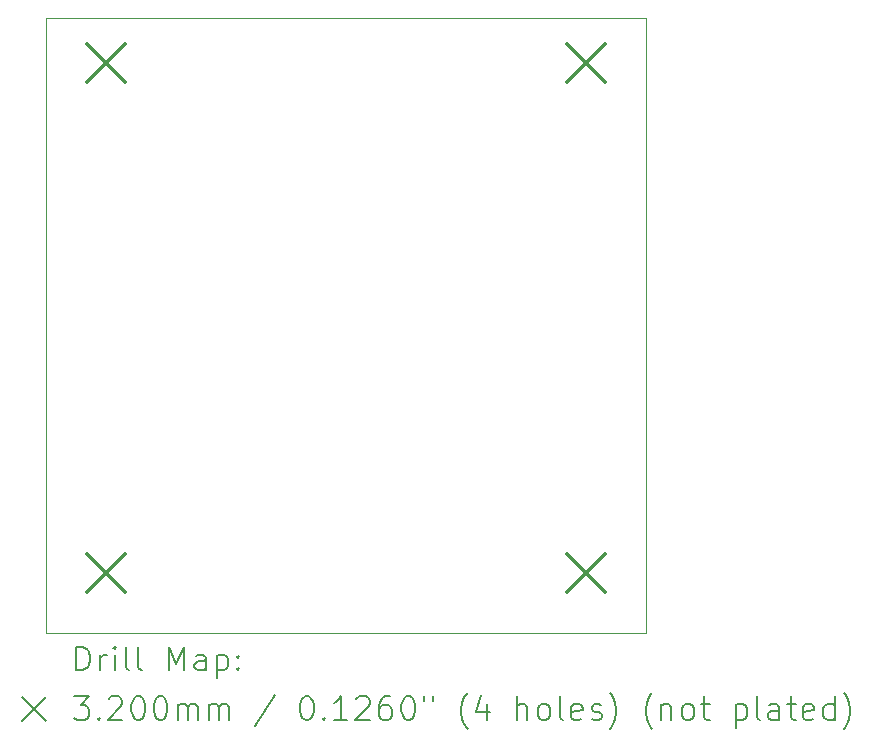
<source format=gbr>
%TF.GenerationSoftware,KiCad,Pcbnew,7.0.6*%
%TF.CreationDate,2023-07-17T15:49:31+01:00*%
%TF.ProjectId,med_assoc_lick_sens_addon,6d65645f-6173-4736-9f63-5f6c69636b5f,rev?*%
%TF.SameCoordinates,Original*%
%TF.FileFunction,Drillmap*%
%TF.FilePolarity,Positive*%
%FSLAX45Y45*%
G04 Gerber Fmt 4.5, Leading zero omitted, Abs format (unit mm)*
G04 Created by KiCad (PCBNEW 7.0.6) date 2023-07-17 15:49:31*
%MOMM*%
%LPD*%
G01*
G04 APERTURE LIST*
%ADD10C,0.100000*%
%ADD11C,0.200000*%
%ADD12C,0.320000*%
G04 APERTURE END LIST*
D10*
X13970000Y-3556000D02*
X19050000Y-3556000D01*
X19050000Y-8763000D01*
X13970000Y-8763000D01*
X13970000Y-3556000D01*
D11*
D12*
X14318000Y-3777000D02*
X14638000Y-4097000D01*
X14638000Y-3777000D02*
X14318000Y-4097000D01*
X14318000Y-8095000D02*
X14638000Y-8415000D01*
X14638000Y-8095000D02*
X14318000Y-8415000D01*
X18382000Y-3777000D02*
X18702000Y-4097000D01*
X18702000Y-3777000D02*
X18382000Y-4097000D01*
X18382000Y-8095000D02*
X18702000Y-8415000D01*
X18702000Y-8095000D02*
X18382000Y-8415000D01*
D11*
X14225777Y-9079484D02*
X14225777Y-8879484D01*
X14225777Y-8879484D02*
X14273396Y-8879484D01*
X14273396Y-8879484D02*
X14301967Y-8889008D01*
X14301967Y-8889008D02*
X14321015Y-8908055D01*
X14321015Y-8908055D02*
X14330539Y-8927103D01*
X14330539Y-8927103D02*
X14340062Y-8965198D01*
X14340062Y-8965198D02*
X14340062Y-8993770D01*
X14340062Y-8993770D02*
X14330539Y-9031865D01*
X14330539Y-9031865D02*
X14321015Y-9050912D01*
X14321015Y-9050912D02*
X14301967Y-9069960D01*
X14301967Y-9069960D02*
X14273396Y-9079484D01*
X14273396Y-9079484D02*
X14225777Y-9079484D01*
X14425777Y-9079484D02*
X14425777Y-8946150D01*
X14425777Y-8984246D02*
X14435301Y-8965198D01*
X14435301Y-8965198D02*
X14444824Y-8955674D01*
X14444824Y-8955674D02*
X14463872Y-8946150D01*
X14463872Y-8946150D02*
X14482920Y-8946150D01*
X14549586Y-9079484D02*
X14549586Y-8946150D01*
X14549586Y-8879484D02*
X14540062Y-8889008D01*
X14540062Y-8889008D02*
X14549586Y-8898531D01*
X14549586Y-8898531D02*
X14559110Y-8889008D01*
X14559110Y-8889008D02*
X14549586Y-8879484D01*
X14549586Y-8879484D02*
X14549586Y-8898531D01*
X14673396Y-9079484D02*
X14654348Y-9069960D01*
X14654348Y-9069960D02*
X14644824Y-9050912D01*
X14644824Y-9050912D02*
X14644824Y-8879484D01*
X14778158Y-9079484D02*
X14759110Y-9069960D01*
X14759110Y-9069960D02*
X14749586Y-9050912D01*
X14749586Y-9050912D02*
X14749586Y-8879484D01*
X15006729Y-9079484D02*
X15006729Y-8879484D01*
X15006729Y-8879484D02*
X15073396Y-9022341D01*
X15073396Y-9022341D02*
X15140062Y-8879484D01*
X15140062Y-8879484D02*
X15140062Y-9079484D01*
X15321015Y-9079484D02*
X15321015Y-8974722D01*
X15321015Y-8974722D02*
X15311491Y-8955674D01*
X15311491Y-8955674D02*
X15292443Y-8946150D01*
X15292443Y-8946150D02*
X15254348Y-8946150D01*
X15254348Y-8946150D02*
X15235301Y-8955674D01*
X15321015Y-9069960D02*
X15301967Y-9079484D01*
X15301967Y-9079484D02*
X15254348Y-9079484D01*
X15254348Y-9079484D02*
X15235301Y-9069960D01*
X15235301Y-9069960D02*
X15225777Y-9050912D01*
X15225777Y-9050912D02*
X15225777Y-9031865D01*
X15225777Y-9031865D02*
X15235301Y-9012817D01*
X15235301Y-9012817D02*
X15254348Y-9003293D01*
X15254348Y-9003293D02*
X15301967Y-9003293D01*
X15301967Y-9003293D02*
X15321015Y-8993770D01*
X15416253Y-8946150D02*
X15416253Y-9146150D01*
X15416253Y-8955674D02*
X15435301Y-8946150D01*
X15435301Y-8946150D02*
X15473396Y-8946150D01*
X15473396Y-8946150D02*
X15492443Y-8955674D01*
X15492443Y-8955674D02*
X15501967Y-8965198D01*
X15501967Y-8965198D02*
X15511491Y-8984246D01*
X15511491Y-8984246D02*
X15511491Y-9041389D01*
X15511491Y-9041389D02*
X15501967Y-9060436D01*
X15501967Y-9060436D02*
X15492443Y-9069960D01*
X15492443Y-9069960D02*
X15473396Y-9079484D01*
X15473396Y-9079484D02*
X15435301Y-9079484D01*
X15435301Y-9079484D02*
X15416253Y-9069960D01*
X15597205Y-9060436D02*
X15606729Y-9069960D01*
X15606729Y-9069960D02*
X15597205Y-9079484D01*
X15597205Y-9079484D02*
X15587682Y-9069960D01*
X15587682Y-9069960D02*
X15597205Y-9060436D01*
X15597205Y-9060436D02*
X15597205Y-9079484D01*
X15597205Y-8955674D02*
X15606729Y-8965198D01*
X15606729Y-8965198D02*
X15597205Y-8974722D01*
X15597205Y-8974722D02*
X15587682Y-8965198D01*
X15587682Y-8965198D02*
X15597205Y-8955674D01*
X15597205Y-8955674D02*
X15597205Y-8974722D01*
X13765000Y-9308000D02*
X13965000Y-9508000D01*
X13965000Y-9308000D02*
X13765000Y-9508000D01*
X14206729Y-9299484D02*
X14330539Y-9299484D01*
X14330539Y-9299484D02*
X14263872Y-9375674D01*
X14263872Y-9375674D02*
X14292443Y-9375674D01*
X14292443Y-9375674D02*
X14311491Y-9385198D01*
X14311491Y-9385198D02*
X14321015Y-9394722D01*
X14321015Y-9394722D02*
X14330539Y-9413770D01*
X14330539Y-9413770D02*
X14330539Y-9461389D01*
X14330539Y-9461389D02*
X14321015Y-9480436D01*
X14321015Y-9480436D02*
X14311491Y-9489960D01*
X14311491Y-9489960D02*
X14292443Y-9499484D01*
X14292443Y-9499484D02*
X14235301Y-9499484D01*
X14235301Y-9499484D02*
X14216253Y-9489960D01*
X14216253Y-9489960D02*
X14206729Y-9480436D01*
X14416253Y-9480436D02*
X14425777Y-9489960D01*
X14425777Y-9489960D02*
X14416253Y-9499484D01*
X14416253Y-9499484D02*
X14406729Y-9489960D01*
X14406729Y-9489960D02*
X14416253Y-9480436D01*
X14416253Y-9480436D02*
X14416253Y-9499484D01*
X14501967Y-9318531D02*
X14511491Y-9309008D01*
X14511491Y-9309008D02*
X14530539Y-9299484D01*
X14530539Y-9299484D02*
X14578158Y-9299484D01*
X14578158Y-9299484D02*
X14597205Y-9309008D01*
X14597205Y-9309008D02*
X14606729Y-9318531D01*
X14606729Y-9318531D02*
X14616253Y-9337579D01*
X14616253Y-9337579D02*
X14616253Y-9356627D01*
X14616253Y-9356627D02*
X14606729Y-9385198D01*
X14606729Y-9385198D02*
X14492443Y-9499484D01*
X14492443Y-9499484D02*
X14616253Y-9499484D01*
X14740062Y-9299484D02*
X14759110Y-9299484D01*
X14759110Y-9299484D02*
X14778158Y-9309008D01*
X14778158Y-9309008D02*
X14787682Y-9318531D01*
X14787682Y-9318531D02*
X14797205Y-9337579D01*
X14797205Y-9337579D02*
X14806729Y-9375674D01*
X14806729Y-9375674D02*
X14806729Y-9423293D01*
X14806729Y-9423293D02*
X14797205Y-9461389D01*
X14797205Y-9461389D02*
X14787682Y-9480436D01*
X14787682Y-9480436D02*
X14778158Y-9489960D01*
X14778158Y-9489960D02*
X14759110Y-9499484D01*
X14759110Y-9499484D02*
X14740062Y-9499484D01*
X14740062Y-9499484D02*
X14721015Y-9489960D01*
X14721015Y-9489960D02*
X14711491Y-9480436D01*
X14711491Y-9480436D02*
X14701967Y-9461389D01*
X14701967Y-9461389D02*
X14692443Y-9423293D01*
X14692443Y-9423293D02*
X14692443Y-9375674D01*
X14692443Y-9375674D02*
X14701967Y-9337579D01*
X14701967Y-9337579D02*
X14711491Y-9318531D01*
X14711491Y-9318531D02*
X14721015Y-9309008D01*
X14721015Y-9309008D02*
X14740062Y-9299484D01*
X14930539Y-9299484D02*
X14949586Y-9299484D01*
X14949586Y-9299484D02*
X14968634Y-9309008D01*
X14968634Y-9309008D02*
X14978158Y-9318531D01*
X14978158Y-9318531D02*
X14987682Y-9337579D01*
X14987682Y-9337579D02*
X14997205Y-9375674D01*
X14997205Y-9375674D02*
X14997205Y-9423293D01*
X14997205Y-9423293D02*
X14987682Y-9461389D01*
X14987682Y-9461389D02*
X14978158Y-9480436D01*
X14978158Y-9480436D02*
X14968634Y-9489960D01*
X14968634Y-9489960D02*
X14949586Y-9499484D01*
X14949586Y-9499484D02*
X14930539Y-9499484D01*
X14930539Y-9499484D02*
X14911491Y-9489960D01*
X14911491Y-9489960D02*
X14901967Y-9480436D01*
X14901967Y-9480436D02*
X14892443Y-9461389D01*
X14892443Y-9461389D02*
X14882920Y-9423293D01*
X14882920Y-9423293D02*
X14882920Y-9375674D01*
X14882920Y-9375674D02*
X14892443Y-9337579D01*
X14892443Y-9337579D02*
X14901967Y-9318531D01*
X14901967Y-9318531D02*
X14911491Y-9309008D01*
X14911491Y-9309008D02*
X14930539Y-9299484D01*
X15082920Y-9499484D02*
X15082920Y-9366150D01*
X15082920Y-9385198D02*
X15092443Y-9375674D01*
X15092443Y-9375674D02*
X15111491Y-9366150D01*
X15111491Y-9366150D02*
X15140063Y-9366150D01*
X15140063Y-9366150D02*
X15159110Y-9375674D01*
X15159110Y-9375674D02*
X15168634Y-9394722D01*
X15168634Y-9394722D02*
X15168634Y-9499484D01*
X15168634Y-9394722D02*
X15178158Y-9375674D01*
X15178158Y-9375674D02*
X15197205Y-9366150D01*
X15197205Y-9366150D02*
X15225777Y-9366150D01*
X15225777Y-9366150D02*
X15244824Y-9375674D01*
X15244824Y-9375674D02*
X15254348Y-9394722D01*
X15254348Y-9394722D02*
X15254348Y-9499484D01*
X15349586Y-9499484D02*
X15349586Y-9366150D01*
X15349586Y-9385198D02*
X15359110Y-9375674D01*
X15359110Y-9375674D02*
X15378158Y-9366150D01*
X15378158Y-9366150D02*
X15406729Y-9366150D01*
X15406729Y-9366150D02*
X15425777Y-9375674D01*
X15425777Y-9375674D02*
X15435301Y-9394722D01*
X15435301Y-9394722D02*
X15435301Y-9499484D01*
X15435301Y-9394722D02*
X15444824Y-9375674D01*
X15444824Y-9375674D02*
X15463872Y-9366150D01*
X15463872Y-9366150D02*
X15492443Y-9366150D01*
X15492443Y-9366150D02*
X15511491Y-9375674D01*
X15511491Y-9375674D02*
X15521015Y-9394722D01*
X15521015Y-9394722D02*
X15521015Y-9499484D01*
X15911491Y-9289960D02*
X15740063Y-9547103D01*
X16168634Y-9299484D02*
X16187682Y-9299484D01*
X16187682Y-9299484D02*
X16206729Y-9309008D01*
X16206729Y-9309008D02*
X16216253Y-9318531D01*
X16216253Y-9318531D02*
X16225777Y-9337579D01*
X16225777Y-9337579D02*
X16235301Y-9375674D01*
X16235301Y-9375674D02*
X16235301Y-9423293D01*
X16235301Y-9423293D02*
X16225777Y-9461389D01*
X16225777Y-9461389D02*
X16216253Y-9480436D01*
X16216253Y-9480436D02*
X16206729Y-9489960D01*
X16206729Y-9489960D02*
X16187682Y-9499484D01*
X16187682Y-9499484D02*
X16168634Y-9499484D01*
X16168634Y-9499484D02*
X16149586Y-9489960D01*
X16149586Y-9489960D02*
X16140063Y-9480436D01*
X16140063Y-9480436D02*
X16130539Y-9461389D01*
X16130539Y-9461389D02*
X16121015Y-9423293D01*
X16121015Y-9423293D02*
X16121015Y-9375674D01*
X16121015Y-9375674D02*
X16130539Y-9337579D01*
X16130539Y-9337579D02*
X16140063Y-9318531D01*
X16140063Y-9318531D02*
X16149586Y-9309008D01*
X16149586Y-9309008D02*
X16168634Y-9299484D01*
X16321015Y-9480436D02*
X16330539Y-9489960D01*
X16330539Y-9489960D02*
X16321015Y-9499484D01*
X16321015Y-9499484D02*
X16311491Y-9489960D01*
X16311491Y-9489960D02*
X16321015Y-9480436D01*
X16321015Y-9480436D02*
X16321015Y-9499484D01*
X16521015Y-9499484D02*
X16406729Y-9499484D01*
X16463872Y-9499484D02*
X16463872Y-9299484D01*
X16463872Y-9299484D02*
X16444825Y-9328055D01*
X16444825Y-9328055D02*
X16425777Y-9347103D01*
X16425777Y-9347103D02*
X16406729Y-9356627D01*
X16597206Y-9318531D02*
X16606729Y-9309008D01*
X16606729Y-9309008D02*
X16625777Y-9299484D01*
X16625777Y-9299484D02*
X16673396Y-9299484D01*
X16673396Y-9299484D02*
X16692444Y-9309008D01*
X16692444Y-9309008D02*
X16701967Y-9318531D01*
X16701967Y-9318531D02*
X16711491Y-9337579D01*
X16711491Y-9337579D02*
X16711491Y-9356627D01*
X16711491Y-9356627D02*
X16701967Y-9385198D01*
X16701967Y-9385198D02*
X16587682Y-9499484D01*
X16587682Y-9499484D02*
X16711491Y-9499484D01*
X16882920Y-9299484D02*
X16844825Y-9299484D01*
X16844825Y-9299484D02*
X16825777Y-9309008D01*
X16825777Y-9309008D02*
X16816253Y-9318531D01*
X16816253Y-9318531D02*
X16797206Y-9347103D01*
X16797206Y-9347103D02*
X16787682Y-9385198D01*
X16787682Y-9385198D02*
X16787682Y-9461389D01*
X16787682Y-9461389D02*
X16797206Y-9480436D01*
X16797206Y-9480436D02*
X16806729Y-9489960D01*
X16806729Y-9489960D02*
X16825777Y-9499484D01*
X16825777Y-9499484D02*
X16863872Y-9499484D01*
X16863872Y-9499484D02*
X16882920Y-9489960D01*
X16882920Y-9489960D02*
X16892444Y-9480436D01*
X16892444Y-9480436D02*
X16901968Y-9461389D01*
X16901968Y-9461389D02*
X16901968Y-9413770D01*
X16901968Y-9413770D02*
X16892444Y-9394722D01*
X16892444Y-9394722D02*
X16882920Y-9385198D01*
X16882920Y-9385198D02*
X16863872Y-9375674D01*
X16863872Y-9375674D02*
X16825777Y-9375674D01*
X16825777Y-9375674D02*
X16806729Y-9385198D01*
X16806729Y-9385198D02*
X16797206Y-9394722D01*
X16797206Y-9394722D02*
X16787682Y-9413770D01*
X17025777Y-9299484D02*
X17044825Y-9299484D01*
X17044825Y-9299484D02*
X17063872Y-9309008D01*
X17063872Y-9309008D02*
X17073396Y-9318531D01*
X17073396Y-9318531D02*
X17082920Y-9337579D01*
X17082920Y-9337579D02*
X17092444Y-9375674D01*
X17092444Y-9375674D02*
X17092444Y-9423293D01*
X17092444Y-9423293D02*
X17082920Y-9461389D01*
X17082920Y-9461389D02*
X17073396Y-9480436D01*
X17073396Y-9480436D02*
X17063872Y-9489960D01*
X17063872Y-9489960D02*
X17044825Y-9499484D01*
X17044825Y-9499484D02*
X17025777Y-9499484D01*
X17025777Y-9499484D02*
X17006729Y-9489960D01*
X17006729Y-9489960D02*
X16997206Y-9480436D01*
X16997206Y-9480436D02*
X16987682Y-9461389D01*
X16987682Y-9461389D02*
X16978158Y-9423293D01*
X16978158Y-9423293D02*
X16978158Y-9375674D01*
X16978158Y-9375674D02*
X16987682Y-9337579D01*
X16987682Y-9337579D02*
X16997206Y-9318531D01*
X16997206Y-9318531D02*
X17006729Y-9309008D01*
X17006729Y-9309008D02*
X17025777Y-9299484D01*
X17168634Y-9299484D02*
X17168634Y-9337579D01*
X17244825Y-9299484D02*
X17244825Y-9337579D01*
X17540063Y-9575674D02*
X17530539Y-9566150D01*
X17530539Y-9566150D02*
X17511491Y-9537579D01*
X17511491Y-9537579D02*
X17501968Y-9518531D01*
X17501968Y-9518531D02*
X17492444Y-9489960D01*
X17492444Y-9489960D02*
X17482920Y-9442341D01*
X17482920Y-9442341D02*
X17482920Y-9404246D01*
X17482920Y-9404246D02*
X17492444Y-9356627D01*
X17492444Y-9356627D02*
X17501968Y-9328055D01*
X17501968Y-9328055D02*
X17511491Y-9309008D01*
X17511491Y-9309008D02*
X17530539Y-9280436D01*
X17530539Y-9280436D02*
X17540063Y-9270912D01*
X17701968Y-9366150D02*
X17701968Y-9499484D01*
X17654349Y-9289960D02*
X17606730Y-9432817D01*
X17606730Y-9432817D02*
X17730539Y-9432817D01*
X17959111Y-9499484D02*
X17959111Y-9299484D01*
X18044825Y-9499484D02*
X18044825Y-9394722D01*
X18044825Y-9394722D02*
X18035301Y-9375674D01*
X18035301Y-9375674D02*
X18016253Y-9366150D01*
X18016253Y-9366150D02*
X17987682Y-9366150D01*
X17987682Y-9366150D02*
X17968634Y-9375674D01*
X17968634Y-9375674D02*
X17959111Y-9385198D01*
X18168634Y-9499484D02*
X18149587Y-9489960D01*
X18149587Y-9489960D02*
X18140063Y-9480436D01*
X18140063Y-9480436D02*
X18130539Y-9461389D01*
X18130539Y-9461389D02*
X18130539Y-9404246D01*
X18130539Y-9404246D02*
X18140063Y-9385198D01*
X18140063Y-9385198D02*
X18149587Y-9375674D01*
X18149587Y-9375674D02*
X18168634Y-9366150D01*
X18168634Y-9366150D02*
X18197206Y-9366150D01*
X18197206Y-9366150D02*
X18216253Y-9375674D01*
X18216253Y-9375674D02*
X18225777Y-9385198D01*
X18225777Y-9385198D02*
X18235301Y-9404246D01*
X18235301Y-9404246D02*
X18235301Y-9461389D01*
X18235301Y-9461389D02*
X18225777Y-9480436D01*
X18225777Y-9480436D02*
X18216253Y-9489960D01*
X18216253Y-9489960D02*
X18197206Y-9499484D01*
X18197206Y-9499484D02*
X18168634Y-9499484D01*
X18349587Y-9499484D02*
X18330539Y-9489960D01*
X18330539Y-9489960D02*
X18321015Y-9470912D01*
X18321015Y-9470912D02*
X18321015Y-9299484D01*
X18501968Y-9489960D02*
X18482920Y-9499484D01*
X18482920Y-9499484D02*
X18444825Y-9499484D01*
X18444825Y-9499484D02*
X18425777Y-9489960D01*
X18425777Y-9489960D02*
X18416253Y-9470912D01*
X18416253Y-9470912D02*
X18416253Y-9394722D01*
X18416253Y-9394722D02*
X18425777Y-9375674D01*
X18425777Y-9375674D02*
X18444825Y-9366150D01*
X18444825Y-9366150D02*
X18482920Y-9366150D01*
X18482920Y-9366150D02*
X18501968Y-9375674D01*
X18501968Y-9375674D02*
X18511492Y-9394722D01*
X18511492Y-9394722D02*
X18511492Y-9413770D01*
X18511492Y-9413770D02*
X18416253Y-9432817D01*
X18587682Y-9489960D02*
X18606730Y-9499484D01*
X18606730Y-9499484D02*
X18644825Y-9499484D01*
X18644825Y-9499484D02*
X18663873Y-9489960D01*
X18663873Y-9489960D02*
X18673396Y-9470912D01*
X18673396Y-9470912D02*
X18673396Y-9461389D01*
X18673396Y-9461389D02*
X18663873Y-9442341D01*
X18663873Y-9442341D02*
X18644825Y-9432817D01*
X18644825Y-9432817D02*
X18616253Y-9432817D01*
X18616253Y-9432817D02*
X18597206Y-9423293D01*
X18597206Y-9423293D02*
X18587682Y-9404246D01*
X18587682Y-9404246D02*
X18587682Y-9394722D01*
X18587682Y-9394722D02*
X18597206Y-9375674D01*
X18597206Y-9375674D02*
X18616253Y-9366150D01*
X18616253Y-9366150D02*
X18644825Y-9366150D01*
X18644825Y-9366150D02*
X18663873Y-9375674D01*
X18740063Y-9575674D02*
X18749587Y-9566150D01*
X18749587Y-9566150D02*
X18768634Y-9537579D01*
X18768634Y-9537579D02*
X18778158Y-9518531D01*
X18778158Y-9518531D02*
X18787682Y-9489960D01*
X18787682Y-9489960D02*
X18797206Y-9442341D01*
X18797206Y-9442341D02*
X18797206Y-9404246D01*
X18797206Y-9404246D02*
X18787682Y-9356627D01*
X18787682Y-9356627D02*
X18778158Y-9328055D01*
X18778158Y-9328055D02*
X18768634Y-9309008D01*
X18768634Y-9309008D02*
X18749587Y-9280436D01*
X18749587Y-9280436D02*
X18740063Y-9270912D01*
X19101968Y-9575674D02*
X19092444Y-9566150D01*
X19092444Y-9566150D02*
X19073396Y-9537579D01*
X19073396Y-9537579D02*
X19063873Y-9518531D01*
X19063873Y-9518531D02*
X19054349Y-9489960D01*
X19054349Y-9489960D02*
X19044825Y-9442341D01*
X19044825Y-9442341D02*
X19044825Y-9404246D01*
X19044825Y-9404246D02*
X19054349Y-9356627D01*
X19054349Y-9356627D02*
X19063873Y-9328055D01*
X19063873Y-9328055D02*
X19073396Y-9309008D01*
X19073396Y-9309008D02*
X19092444Y-9280436D01*
X19092444Y-9280436D02*
X19101968Y-9270912D01*
X19178158Y-9366150D02*
X19178158Y-9499484D01*
X19178158Y-9385198D02*
X19187682Y-9375674D01*
X19187682Y-9375674D02*
X19206730Y-9366150D01*
X19206730Y-9366150D02*
X19235301Y-9366150D01*
X19235301Y-9366150D02*
X19254349Y-9375674D01*
X19254349Y-9375674D02*
X19263873Y-9394722D01*
X19263873Y-9394722D02*
X19263873Y-9499484D01*
X19387682Y-9499484D02*
X19368634Y-9489960D01*
X19368634Y-9489960D02*
X19359111Y-9480436D01*
X19359111Y-9480436D02*
X19349587Y-9461389D01*
X19349587Y-9461389D02*
X19349587Y-9404246D01*
X19349587Y-9404246D02*
X19359111Y-9385198D01*
X19359111Y-9385198D02*
X19368634Y-9375674D01*
X19368634Y-9375674D02*
X19387682Y-9366150D01*
X19387682Y-9366150D02*
X19416254Y-9366150D01*
X19416254Y-9366150D02*
X19435301Y-9375674D01*
X19435301Y-9375674D02*
X19444825Y-9385198D01*
X19444825Y-9385198D02*
X19454349Y-9404246D01*
X19454349Y-9404246D02*
X19454349Y-9461389D01*
X19454349Y-9461389D02*
X19444825Y-9480436D01*
X19444825Y-9480436D02*
X19435301Y-9489960D01*
X19435301Y-9489960D02*
X19416254Y-9499484D01*
X19416254Y-9499484D02*
X19387682Y-9499484D01*
X19511492Y-9366150D02*
X19587682Y-9366150D01*
X19540063Y-9299484D02*
X19540063Y-9470912D01*
X19540063Y-9470912D02*
X19549587Y-9489960D01*
X19549587Y-9489960D02*
X19568634Y-9499484D01*
X19568634Y-9499484D02*
X19587682Y-9499484D01*
X19806730Y-9366150D02*
X19806730Y-9566150D01*
X19806730Y-9375674D02*
X19825777Y-9366150D01*
X19825777Y-9366150D02*
X19863873Y-9366150D01*
X19863873Y-9366150D02*
X19882920Y-9375674D01*
X19882920Y-9375674D02*
X19892444Y-9385198D01*
X19892444Y-9385198D02*
X19901968Y-9404246D01*
X19901968Y-9404246D02*
X19901968Y-9461389D01*
X19901968Y-9461389D02*
X19892444Y-9480436D01*
X19892444Y-9480436D02*
X19882920Y-9489960D01*
X19882920Y-9489960D02*
X19863873Y-9499484D01*
X19863873Y-9499484D02*
X19825777Y-9499484D01*
X19825777Y-9499484D02*
X19806730Y-9489960D01*
X20016254Y-9499484D02*
X19997206Y-9489960D01*
X19997206Y-9489960D02*
X19987682Y-9470912D01*
X19987682Y-9470912D02*
X19987682Y-9299484D01*
X20178158Y-9499484D02*
X20178158Y-9394722D01*
X20178158Y-9394722D02*
X20168635Y-9375674D01*
X20168635Y-9375674D02*
X20149587Y-9366150D01*
X20149587Y-9366150D02*
X20111492Y-9366150D01*
X20111492Y-9366150D02*
X20092444Y-9375674D01*
X20178158Y-9489960D02*
X20159111Y-9499484D01*
X20159111Y-9499484D02*
X20111492Y-9499484D01*
X20111492Y-9499484D02*
X20092444Y-9489960D01*
X20092444Y-9489960D02*
X20082920Y-9470912D01*
X20082920Y-9470912D02*
X20082920Y-9451865D01*
X20082920Y-9451865D02*
X20092444Y-9432817D01*
X20092444Y-9432817D02*
X20111492Y-9423293D01*
X20111492Y-9423293D02*
X20159111Y-9423293D01*
X20159111Y-9423293D02*
X20178158Y-9413770D01*
X20244825Y-9366150D02*
X20321015Y-9366150D01*
X20273396Y-9299484D02*
X20273396Y-9470912D01*
X20273396Y-9470912D02*
X20282920Y-9489960D01*
X20282920Y-9489960D02*
X20301968Y-9499484D01*
X20301968Y-9499484D02*
X20321015Y-9499484D01*
X20463873Y-9489960D02*
X20444825Y-9499484D01*
X20444825Y-9499484D02*
X20406730Y-9499484D01*
X20406730Y-9499484D02*
X20387682Y-9489960D01*
X20387682Y-9489960D02*
X20378158Y-9470912D01*
X20378158Y-9470912D02*
X20378158Y-9394722D01*
X20378158Y-9394722D02*
X20387682Y-9375674D01*
X20387682Y-9375674D02*
X20406730Y-9366150D01*
X20406730Y-9366150D02*
X20444825Y-9366150D01*
X20444825Y-9366150D02*
X20463873Y-9375674D01*
X20463873Y-9375674D02*
X20473396Y-9394722D01*
X20473396Y-9394722D02*
X20473396Y-9413770D01*
X20473396Y-9413770D02*
X20378158Y-9432817D01*
X20644825Y-9499484D02*
X20644825Y-9299484D01*
X20644825Y-9489960D02*
X20625777Y-9499484D01*
X20625777Y-9499484D02*
X20587682Y-9499484D01*
X20587682Y-9499484D02*
X20568635Y-9489960D01*
X20568635Y-9489960D02*
X20559111Y-9480436D01*
X20559111Y-9480436D02*
X20549587Y-9461389D01*
X20549587Y-9461389D02*
X20549587Y-9404246D01*
X20549587Y-9404246D02*
X20559111Y-9385198D01*
X20559111Y-9385198D02*
X20568635Y-9375674D01*
X20568635Y-9375674D02*
X20587682Y-9366150D01*
X20587682Y-9366150D02*
X20625777Y-9366150D01*
X20625777Y-9366150D02*
X20644825Y-9375674D01*
X20721016Y-9575674D02*
X20730539Y-9566150D01*
X20730539Y-9566150D02*
X20749587Y-9537579D01*
X20749587Y-9537579D02*
X20759111Y-9518531D01*
X20759111Y-9518531D02*
X20768635Y-9489960D01*
X20768635Y-9489960D02*
X20778158Y-9442341D01*
X20778158Y-9442341D02*
X20778158Y-9404246D01*
X20778158Y-9404246D02*
X20768635Y-9356627D01*
X20768635Y-9356627D02*
X20759111Y-9328055D01*
X20759111Y-9328055D02*
X20749587Y-9309008D01*
X20749587Y-9309008D02*
X20730539Y-9280436D01*
X20730539Y-9280436D02*
X20721016Y-9270912D01*
M02*

</source>
